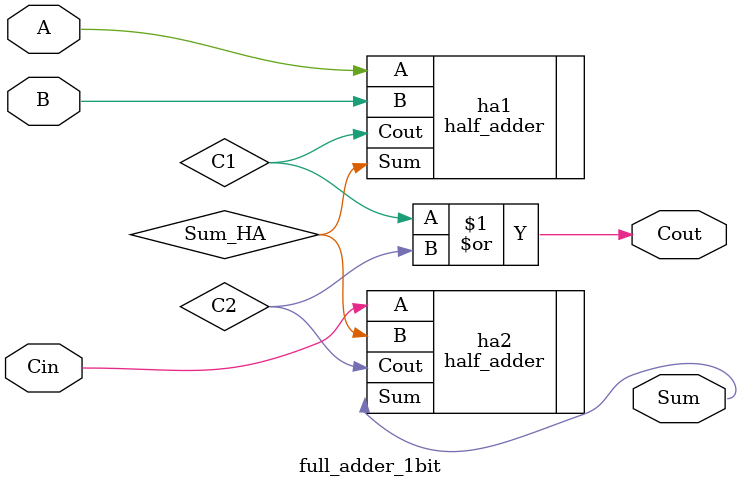
<source format=v>
`timescale 1ns / 1ps
module full_adder_1bit(
    input A,
    input B,
    input Cin,
    output Cout,
    output Sum
    );

wire Sum_HA, C1, C2;
half_adder ha1(
	.A(A), .B(B), .Cout(C1), .Sum(Sum_HA)
);

half_adder ha2(
	.A(Cin), .B(Sum_HA), .Cout(C2), .Sum(Sum)
);

assign Cout = C1 | C2;

endmodule

</source>
